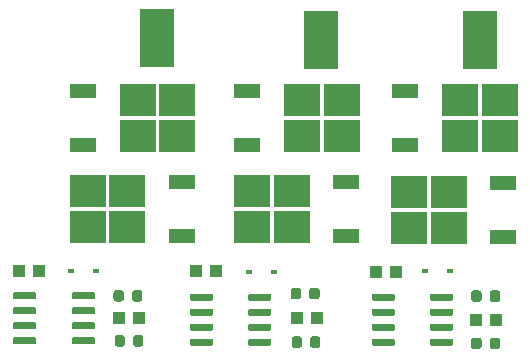
<source format=gbr>
G04 #@! TF.GenerationSoftware,KiCad,Pcbnew,(5.1.5-0)*
G04 #@! TF.CreationDate,2021-08-12T18:14:52-04:00*
G04 #@! TF.ProjectId,ESC_V3,4553435f-5633-42e6-9b69-6361645f7063,rev?*
G04 #@! TF.SameCoordinates,Original*
G04 #@! TF.FileFunction,Paste,Top*
G04 #@! TF.FilePolarity,Positive*
%FSLAX46Y46*%
G04 Gerber Fmt 4.6, Leading zero omitted, Abs format (unit mm)*
G04 Created by KiCad (PCBNEW (5.1.5-0)) date 2021-08-12 18:14:52*
%MOMM*%
%LPD*%
G04 APERTURE LIST*
%ADD10R,1.099820X0.998220*%
%ADD11R,0.600000X0.450000*%
%ADD12R,2.200000X1.200000*%
%ADD13R,3.050000X2.750000*%
%ADD14C,0.100000*%
%ADD15R,3.000000X5.000000*%
G04 APERTURE END LIST*
D10*
X113203280Y-87500000D03*
X114900000Y-87500000D03*
X128151640Y-87500000D03*
X129848360Y-87500000D03*
X143403280Y-87600000D03*
X145100000Y-87600000D03*
X121651640Y-91495000D03*
X123348360Y-91495000D03*
X136751640Y-91500000D03*
X138448360Y-91500000D03*
X151903280Y-91600000D03*
X153600000Y-91600000D03*
D11*
X119700000Y-87500000D03*
X117600000Y-87500000D03*
X132650000Y-87600000D03*
X134750000Y-87600000D03*
X149700000Y-87500000D03*
X147600000Y-87500000D03*
D12*
X118600000Y-72220000D03*
X118600000Y-76780000D03*
D13*
X126575000Y-76025000D03*
X123225000Y-72975000D03*
X126575000Y-72975000D03*
X123225000Y-76025000D03*
X122375000Y-80675000D03*
X119025000Y-83725000D03*
X122375000Y-83725000D03*
X119025000Y-80675000D03*
D12*
X127000000Y-79920000D03*
X127000000Y-84480000D03*
X132535000Y-72220000D03*
X132535000Y-76780000D03*
D13*
X140510000Y-76025000D03*
X137160000Y-72975000D03*
X140510000Y-72975000D03*
X137160000Y-76025000D03*
X136275000Y-80675000D03*
X132925000Y-83725000D03*
X136275000Y-83725000D03*
X132925000Y-80675000D03*
D12*
X140900000Y-79920000D03*
X140900000Y-84480000D03*
X145900000Y-72220000D03*
X145900000Y-76780000D03*
D13*
X153875000Y-76025000D03*
X150525000Y-72975000D03*
X153875000Y-72975000D03*
X150525000Y-76025000D03*
X149575000Y-80775000D03*
X146225000Y-83825000D03*
X149575000Y-83825000D03*
X146225000Y-80775000D03*
D12*
X154200000Y-80020000D03*
X154200000Y-84580000D03*
D14*
G36*
X123440191Y-89116053D02*
G01*
X123461426Y-89119203D01*
X123482250Y-89124419D01*
X123502462Y-89131651D01*
X123521868Y-89140830D01*
X123540281Y-89151866D01*
X123557524Y-89164654D01*
X123573430Y-89179070D01*
X123587846Y-89194976D01*
X123600634Y-89212219D01*
X123611670Y-89230632D01*
X123620849Y-89250038D01*
X123628081Y-89270250D01*
X123633297Y-89291074D01*
X123636447Y-89312309D01*
X123637500Y-89333750D01*
X123637500Y-89846250D01*
X123636447Y-89867691D01*
X123633297Y-89888926D01*
X123628081Y-89909750D01*
X123620849Y-89929962D01*
X123611670Y-89949368D01*
X123600634Y-89967781D01*
X123587846Y-89985024D01*
X123573430Y-90000930D01*
X123557524Y-90015346D01*
X123540281Y-90028134D01*
X123521868Y-90039170D01*
X123502462Y-90048349D01*
X123482250Y-90055581D01*
X123461426Y-90060797D01*
X123440191Y-90063947D01*
X123418750Y-90065000D01*
X122981250Y-90065000D01*
X122959809Y-90063947D01*
X122938574Y-90060797D01*
X122917750Y-90055581D01*
X122897538Y-90048349D01*
X122878132Y-90039170D01*
X122859719Y-90028134D01*
X122842476Y-90015346D01*
X122826570Y-90000930D01*
X122812154Y-89985024D01*
X122799366Y-89967781D01*
X122788330Y-89949368D01*
X122779151Y-89929962D01*
X122771919Y-89909750D01*
X122766703Y-89888926D01*
X122763553Y-89867691D01*
X122762500Y-89846250D01*
X122762500Y-89333750D01*
X122763553Y-89312309D01*
X122766703Y-89291074D01*
X122771919Y-89270250D01*
X122779151Y-89250038D01*
X122788330Y-89230632D01*
X122799366Y-89212219D01*
X122812154Y-89194976D01*
X122826570Y-89179070D01*
X122842476Y-89164654D01*
X122859719Y-89151866D01*
X122878132Y-89140830D01*
X122897538Y-89131651D01*
X122917750Y-89124419D01*
X122938574Y-89119203D01*
X122959809Y-89116053D01*
X122981250Y-89115000D01*
X123418750Y-89115000D01*
X123440191Y-89116053D01*
G37*
G36*
X121865191Y-89116053D02*
G01*
X121886426Y-89119203D01*
X121907250Y-89124419D01*
X121927462Y-89131651D01*
X121946868Y-89140830D01*
X121965281Y-89151866D01*
X121982524Y-89164654D01*
X121998430Y-89179070D01*
X122012846Y-89194976D01*
X122025634Y-89212219D01*
X122036670Y-89230632D01*
X122045849Y-89250038D01*
X122053081Y-89270250D01*
X122058297Y-89291074D01*
X122061447Y-89312309D01*
X122062500Y-89333750D01*
X122062500Y-89846250D01*
X122061447Y-89867691D01*
X122058297Y-89888926D01*
X122053081Y-89909750D01*
X122045849Y-89929962D01*
X122036670Y-89949368D01*
X122025634Y-89967781D01*
X122012846Y-89985024D01*
X121998430Y-90000930D01*
X121982524Y-90015346D01*
X121965281Y-90028134D01*
X121946868Y-90039170D01*
X121927462Y-90048349D01*
X121907250Y-90055581D01*
X121886426Y-90060797D01*
X121865191Y-90063947D01*
X121843750Y-90065000D01*
X121406250Y-90065000D01*
X121384809Y-90063947D01*
X121363574Y-90060797D01*
X121342750Y-90055581D01*
X121322538Y-90048349D01*
X121303132Y-90039170D01*
X121284719Y-90028134D01*
X121267476Y-90015346D01*
X121251570Y-90000930D01*
X121237154Y-89985024D01*
X121224366Y-89967781D01*
X121213330Y-89949368D01*
X121204151Y-89929962D01*
X121196919Y-89909750D01*
X121191703Y-89888926D01*
X121188553Y-89867691D01*
X121187500Y-89846250D01*
X121187500Y-89333750D01*
X121188553Y-89312309D01*
X121191703Y-89291074D01*
X121196919Y-89270250D01*
X121204151Y-89250038D01*
X121213330Y-89230632D01*
X121224366Y-89212219D01*
X121237154Y-89194976D01*
X121251570Y-89179070D01*
X121267476Y-89164654D01*
X121284719Y-89151866D01*
X121303132Y-89140830D01*
X121322538Y-89131651D01*
X121342750Y-89124419D01*
X121363574Y-89119203D01*
X121384809Y-89116053D01*
X121406250Y-89115000D01*
X121843750Y-89115000D01*
X121865191Y-89116053D01*
G37*
G36*
X121952691Y-92926053D02*
G01*
X121973926Y-92929203D01*
X121994750Y-92934419D01*
X122014962Y-92941651D01*
X122034368Y-92950830D01*
X122052781Y-92961866D01*
X122070024Y-92974654D01*
X122085930Y-92989070D01*
X122100346Y-93004976D01*
X122113134Y-93022219D01*
X122124170Y-93040632D01*
X122133349Y-93060038D01*
X122140581Y-93080250D01*
X122145797Y-93101074D01*
X122148947Y-93122309D01*
X122150000Y-93143750D01*
X122150000Y-93656250D01*
X122148947Y-93677691D01*
X122145797Y-93698926D01*
X122140581Y-93719750D01*
X122133349Y-93739962D01*
X122124170Y-93759368D01*
X122113134Y-93777781D01*
X122100346Y-93795024D01*
X122085930Y-93810930D01*
X122070024Y-93825346D01*
X122052781Y-93838134D01*
X122034368Y-93849170D01*
X122014962Y-93858349D01*
X121994750Y-93865581D01*
X121973926Y-93870797D01*
X121952691Y-93873947D01*
X121931250Y-93875000D01*
X121493750Y-93875000D01*
X121472309Y-93873947D01*
X121451074Y-93870797D01*
X121430250Y-93865581D01*
X121410038Y-93858349D01*
X121390632Y-93849170D01*
X121372219Y-93838134D01*
X121354976Y-93825346D01*
X121339070Y-93810930D01*
X121324654Y-93795024D01*
X121311866Y-93777781D01*
X121300830Y-93759368D01*
X121291651Y-93739962D01*
X121284419Y-93719750D01*
X121279203Y-93698926D01*
X121276053Y-93677691D01*
X121275000Y-93656250D01*
X121275000Y-93143750D01*
X121276053Y-93122309D01*
X121279203Y-93101074D01*
X121284419Y-93080250D01*
X121291651Y-93060038D01*
X121300830Y-93040632D01*
X121311866Y-93022219D01*
X121324654Y-93004976D01*
X121339070Y-92989070D01*
X121354976Y-92974654D01*
X121372219Y-92961866D01*
X121390632Y-92950830D01*
X121410038Y-92941651D01*
X121430250Y-92934419D01*
X121451074Y-92929203D01*
X121472309Y-92926053D01*
X121493750Y-92925000D01*
X121931250Y-92925000D01*
X121952691Y-92926053D01*
G37*
G36*
X123527691Y-92926053D02*
G01*
X123548926Y-92929203D01*
X123569750Y-92934419D01*
X123589962Y-92941651D01*
X123609368Y-92950830D01*
X123627781Y-92961866D01*
X123645024Y-92974654D01*
X123660930Y-92989070D01*
X123675346Y-93004976D01*
X123688134Y-93022219D01*
X123699170Y-93040632D01*
X123708349Y-93060038D01*
X123715581Y-93080250D01*
X123720797Y-93101074D01*
X123723947Y-93122309D01*
X123725000Y-93143750D01*
X123725000Y-93656250D01*
X123723947Y-93677691D01*
X123720797Y-93698926D01*
X123715581Y-93719750D01*
X123708349Y-93739962D01*
X123699170Y-93759368D01*
X123688134Y-93777781D01*
X123675346Y-93795024D01*
X123660930Y-93810930D01*
X123645024Y-93825346D01*
X123627781Y-93838134D01*
X123609368Y-93849170D01*
X123589962Y-93858349D01*
X123569750Y-93865581D01*
X123548926Y-93870797D01*
X123527691Y-93873947D01*
X123506250Y-93875000D01*
X123068750Y-93875000D01*
X123047309Y-93873947D01*
X123026074Y-93870797D01*
X123005250Y-93865581D01*
X122985038Y-93858349D01*
X122965632Y-93849170D01*
X122947219Y-93838134D01*
X122929976Y-93825346D01*
X122914070Y-93810930D01*
X122899654Y-93795024D01*
X122886866Y-93777781D01*
X122875830Y-93759368D01*
X122866651Y-93739962D01*
X122859419Y-93719750D01*
X122854203Y-93698926D01*
X122851053Y-93677691D01*
X122850000Y-93656250D01*
X122850000Y-93143750D01*
X122851053Y-93122309D01*
X122854203Y-93101074D01*
X122859419Y-93080250D01*
X122866651Y-93060038D01*
X122875830Y-93040632D01*
X122886866Y-93022219D01*
X122899654Y-93004976D01*
X122914070Y-92989070D01*
X122929976Y-92974654D01*
X122947219Y-92961866D01*
X122965632Y-92950830D01*
X122985038Y-92941651D01*
X123005250Y-92934419D01*
X123026074Y-92929203D01*
X123047309Y-92926053D01*
X123068750Y-92925000D01*
X123506250Y-92925000D01*
X123527691Y-92926053D01*
G37*
G36*
X138440191Y-88926053D02*
G01*
X138461426Y-88929203D01*
X138482250Y-88934419D01*
X138502462Y-88941651D01*
X138521868Y-88950830D01*
X138540281Y-88961866D01*
X138557524Y-88974654D01*
X138573430Y-88989070D01*
X138587846Y-89004976D01*
X138600634Y-89022219D01*
X138611670Y-89040632D01*
X138620849Y-89060038D01*
X138628081Y-89080250D01*
X138633297Y-89101074D01*
X138636447Y-89122309D01*
X138637500Y-89143750D01*
X138637500Y-89656250D01*
X138636447Y-89677691D01*
X138633297Y-89698926D01*
X138628081Y-89719750D01*
X138620849Y-89739962D01*
X138611670Y-89759368D01*
X138600634Y-89777781D01*
X138587846Y-89795024D01*
X138573430Y-89810930D01*
X138557524Y-89825346D01*
X138540281Y-89838134D01*
X138521868Y-89849170D01*
X138502462Y-89858349D01*
X138482250Y-89865581D01*
X138461426Y-89870797D01*
X138440191Y-89873947D01*
X138418750Y-89875000D01*
X137981250Y-89875000D01*
X137959809Y-89873947D01*
X137938574Y-89870797D01*
X137917750Y-89865581D01*
X137897538Y-89858349D01*
X137878132Y-89849170D01*
X137859719Y-89838134D01*
X137842476Y-89825346D01*
X137826570Y-89810930D01*
X137812154Y-89795024D01*
X137799366Y-89777781D01*
X137788330Y-89759368D01*
X137779151Y-89739962D01*
X137771919Y-89719750D01*
X137766703Y-89698926D01*
X137763553Y-89677691D01*
X137762500Y-89656250D01*
X137762500Y-89143750D01*
X137763553Y-89122309D01*
X137766703Y-89101074D01*
X137771919Y-89080250D01*
X137779151Y-89060038D01*
X137788330Y-89040632D01*
X137799366Y-89022219D01*
X137812154Y-89004976D01*
X137826570Y-88989070D01*
X137842476Y-88974654D01*
X137859719Y-88961866D01*
X137878132Y-88950830D01*
X137897538Y-88941651D01*
X137917750Y-88934419D01*
X137938574Y-88929203D01*
X137959809Y-88926053D01*
X137981250Y-88925000D01*
X138418750Y-88925000D01*
X138440191Y-88926053D01*
G37*
G36*
X136865191Y-88926053D02*
G01*
X136886426Y-88929203D01*
X136907250Y-88934419D01*
X136927462Y-88941651D01*
X136946868Y-88950830D01*
X136965281Y-88961866D01*
X136982524Y-88974654D01*
X136998430Y-88989070D01*
X137012846Y-89004976D01*
X137025634Y-89022219D01*
X137036670Y-89040632D01*
X137045849Y-89060038D01*
X137053081Y-89080250D01*
X137058297Y-89101074D01*
X137061447Y-89122309D01*
X137062500Y-89143750D01*
X137062500Y-89656250D01*
X137061447Y-89677691D01*
X137058297Y-89698926D01*
X137053081Y-89719750D01*
X137045849Y-89739962D01*
X137036670Y-89759368D01*
X137025634Y-89777781D01*
X137012846Y-89795024D01*
X136998430Y-89810930D01*
X136982524Y-89825346D01*
X136965281Y-89838134D01*
X136946868Y-89849170D01*
X136927462Y-89858349D01*
X136907250Y-89865581D01*
X136886426Y-89870797D01*
X136865191Y-89873947D01*
X136843750Y-89875000D01*
X136406250Y-89875000D01*
X136384809Y-89873947D01*
X136363574Y-89870797D01*
X136342750Y-89865581D01*
X136322538Y-89858349D01*
X136303132Y-89849170D01*
X136284719Y-89838134D01*
X136267476Y-89825346D01*
X136251570Y-89810930D01*
X136237154Y-89795024D01*
X136224366Y-89777781D01*
X136213330Y-89759368D01*
X136204151Y-89739962D01*
X136196919Y-89719750D01*
X136191703Y-89698926D01*
X136188553Y-89677691D01*
X136187500Y-89656250D01*
X136187500Y-89143750D01*
X136188553Y-89122309D01*
X136191703Y-89101074D01*
X136196919Y-89080250D01*
X136204151Y-89060038D01*
X136213330Y-89040632D01*
X136224366Y-89022219D01*
X136237154Y-89004976D01*
X136251570Y-88989070D01*
X136267476Y-88974654D01*
X136284719Y-88961866D01*
X136303132Y-88950830D01*
X136322538Y-88941651D01*
X136342750Y-88934419D01*
X136363574Y-88929203D01*
X136384809Y-88926053D01*
X136406250Y-88925000D01*
X136843750Y-88925000D01*
X136865191Y-88926053D01*
G37*
G36*
X136940191Y-93026053D02*
G01*
X136961426Y-93029203D01*
X136982250Y-93034419D01*
X137002462Y-93041651D01*
X137021868Y-93050830D01*
X137040281Y-93061866D01*
X137057524Y-93074654D01*
X137073430Y-93089070D01*
X137087846Y-93104976D01*
X137100634Y-93122219D01*
X137111670Y-93140632D01*
X137120849Y-93160038D01*
X137128081Y-93180250D01*
X137133297Y-93201074D01*
X137136447Y-93222309D01*
X137137500Y-93243750D01*
X137137500Y-93756250D01*
X137136447Y-93777691D01*
X137133297Y-93798926D01*
X137128081Y-93819750D01*
X137120849Y-93839962D01*
X137111670Y-93859368D01*
X137100634Y-93877781D01*
X137087846Y-93895024D01*
X137073430Y-93910930D01*
X137057524Y-93925346D01*
X137040281Y-93938134D01*
X137021868Y-93949170D01*
X137002462Y-93958349D01*
X136982250Y-93965581D01*
X136961426Y-93970797D01*
X136940191Y-93973947D01*
X136918750Y-93975000D01*
X136481250Y-93975000D01*
X136459809Y-93973947D01*
X136438574Y-93970797D01*
X136417750Y-93965581D01*
X136397538Y-93958349D01*
X136378132Y-93949170D01*
X136359719Y-93938134D01*
X136342476Y-93925346D01*
X136326570Y-93910930D01*
X136312154Y-93895024D01*
X136299366Y-93877781D01*
X136288330Y-93859368D01*
X136279151Y-93839962D01*
X136271919Y-93819750D01*
X136266703Y-93798926D01*
X136263553Y-93777691D01*
X136262500Y-93756250D01*
X136262500Y-93243750D01*
X136263553Y-93222309D01*
X136266703Y-93201074D01*
X136271919Y-93180250D01*
X136279151Y-93160038D01*
X136288330Y-93140632D01*
X136299366Y-93122219D01*
X136312154Y-93104976D01*
X136326570Y-93089070D01*
X136342476Y-93074654D01*
X136359719Y-93061866D01*
X136378132Y-93050830D01*
X136397538Y-93041651D01*
X136417750Y-93034419D01*
X136438574Y-93029203D01*
X136459809Y-93026053D01*
X136481250Y-93025000D01*
X136918750Y-93025000D01*
X136940191Y-93026053D01*
G37*
G36*
X138515191Y-93026053D02*
G01*
X138536426Y-93029203D01*
X138557250Y-93034419D01*
X138577462Y-93041651D01*
X138596868Y-93050830D01*
X138615281Y-93061866D01*
X138632524Y-93074654D01*
X138648430Y-93089070D01*
X138662846Y-93104976D01*
X138675634Y-93122219D01*
X138686670Y-93140632D01*
X138695849Y-93160038D01*
X138703081Y-93180250D01*
X138708297Y-93201074D01*
X138711447Y-93222309D01*
X138712500Y-93243750D01*
X138712500Y-93756250D01*
X138711447Y-93777691D01*
X138708297Y-93798926D01*
X138703081Y-93819750D01*
X138695849Y-93839962D01*
X138686670Y-93859368D01*
X138675634Y-93877781D01*
X138662846Y-93895024D01*
X138648430Y-93910930D01*
X138632524Y-93925346D01*
X138615281Y-93938134D01*
X138596868Y-93949170D01*
X138577462Y-93958349D01*
X138557250Y-93965581D01*
X138536426Y-93970797D01*
X138515191Y-93973947D01*
X138493750Y-93975000D01*
X138056250Y-93975000D01*
X138034809Y-93973947D01*
X138013574Y-93970797D01*
X137992750Y-93965581D01*
X137972538Y-93958349D01*
X137953132Y-93949170D01*
X137934719Y-93938134D01*
X137917476Y-93925346D01*
X137901570Y-93910930D01*
X137887154Y-93895024D01*
X137874366Y-93877781D01*
X137863330Y-93859368D01*
X137854151Y-93839962D01*
X137846919Y-93819750D01*
X137841703Y-93798926D01*
X137838553Y-93777691D01*
X137837500Y-93756250D01*
X137837500Y-93243750D01*
X137838553Y-93222309D01*
X137841703Y-93201074D01*
X137846919Y-93180250D01*
X137854151Y-93160038D01*
X137863330Y-93140632D01*
X137874366Y-93122219D01*
X137887154Y-93104976D01*
X137901570Y-93089070D01*
X137917476Y-93074654D01*
X137934719Y-93061866D01*
X137953132Y-93050830D01*
X137972538Y-93041651D01*
X137992750Y-93034419D01*
X138013574Y-93029203D01*
X138034809Y-93026053D01*
X138056250Y-93025000D01*
X138493750Y-93025000D01*
X138515191Y-93026053D01*
G37*
G36*
X153727691Y-89126053D02*
G01*
X153748926Y-89129203D01*
X153769750Y-89134419D01*
X153789962Y-89141651D01*
X153809368Y-89150830D01*
X153827781Y-89161866D01*
X153845024Y-89174654D01*
X153860930Y-89189070D01*
X153875346Y-89204976D01*
X153888134Y-89222219D01*
X153899170Y-89240632D01*
X153908349Y-89260038D01*
X153915581Y-89280250D01*
X153920797Y-89301074D01*
X153923947Y-89322309D01*
X153925000Y-89343750D01*
X153925000Y-89856250D01*
X153923947Y-89877691D01*
X153920797Y-89898926D01*
X153915581Y-89919750D01*
X153908349Y-89939962D01*
X153899170Y-89959368D01*
X153888134Y-89977781D01*
X153875346Y-89995024D01*
X153860930Y-90010930D01*
X153845024Y-90025346D01*
X153827781Y-90038134D01*
X153809368Y-90049170D01*
X153789962Y-90058349D01*
X153769750Y-90065581D01*
X153748926Y-90070797D01*
X153727691Y-90073947D01*
X153706250Y-90075000D01*
X153268750Y-90075000D01*
X153247309Y-90073947D01*
X153226074Y-90070797D01*
X153205250Y-90065581D01*
X153185038Y-90058349D01*
X153165632Y-90049170D01*
X153147219Y-90038134D01*
X153129976Y-90025346D01*
X153114070Y-90010930D01*
X153099654Y-89995024D01*
X153086866Y-89977781D01*
X153075830Y-89959368D01*
X153066651Y-89939962D01*
X153059419Y-89919750D01*
X153054203Y-89898926D01*
X153051053Y-89877691D01*
X153050000Y-89856250D01*
X153050000Y-89343750D01*
X153051053Y-89322309D01*
X153054203Y-89301074D01*
X153059419Y-89280250D01*
X153066651Y-89260038D01*
X153075830Y-89240632D01*
X153086866Y-89222219D01*
X153099654Y-89204976D01*
X153114070Y-89189070D01*
X153129976Y-89174654D01*
X153147219Y-89161866D01*
X153165632Y-89150830D01*
X153185038Y-89141651D01*
X153205250Y-89134419D01*
X153226074Y-89129203D01*
X153247309Y-89126053D01*
X153268750Y-89125000D01*
X153706250Y-89125000D01*
X153727691Y-89126053D01*
G37*
G36*
X152152691Y-89126053D02*
G01*
X152173926Y-89129203D01*
X152194750Y-89134419D01*
X152214962Y-89141651D01*
X152234368Y-89150830D01*
X152252781Y-89161866D01*
X152270024Y-89174654D01*
X152285930Y-89189070D01*
X152300346Y-89204976D01*
X152313134Y-89222219D01*
X152324170Y-89240632D01*
X152333349Y-89260038D01*
X152340581Y-89280250D01*
X152345797Y-89301074D01*
X152348947Y-89322309D01*
X152350000Y-89343750D01*
X152350000Y-89856250D01*
X152348947Y-89877691D01*
X152345797Y-89898926D01*
X152340581Y-89919750D01*
X152333349Y-89939962D01*
X152324170Y-89959368D01*
X152313134Y-89977781D01*
X152300346Y-89995024D01*
X152285930Y-90010930D01*
X152270024Y-90025346D01*
X152252781Y-90038134D01*
X152234368Y-90049170D01*
X152214962Y-90058349D01*
X152194750Y-90065581D01*
X152173926Y-90070797D01*
X152152691Y-90073947D01*
X152131250Y-90075000D01*
X151693750Y-90075000D01*
X151672309Y-90073947D01*
X151651074Y-90070797D01*
X151630250Y-90065581D01*
X151610038Y-90058349D01*
X151590632Y-90049170D01*
X151572219Y-90038134D01*
X151554976Y-90025346D01*
X151539070Y-90010930D01*
X151524654Y-89995024D01*
X151511866Y-89977781D01*
X151500830Y-89959368D01*
X151491651Y-89939962D01*
X151484419Y-89919750D01*
X151479203Y-89898926D01*
X151476053Y-89877691D01*
X151475000Y-89856250D01*
X151475000Y-89343750D01*
X151476053Y-89322309D01*
X151479203Y-89301074D01*
X151484419Y-89280250D01*
X151491651Y-89260038D01*
X151500830Y-89240632D01*
X151511866Y-89222219D01*
X151524654Y-89204976D01*
X151539070Y-89189070D01*
X151554976Y-89174654D01*
X151572219Y-89161866D01*
X151590632Y-89150830D01*
X151610038Y-89141651D01*
X151630250Y-89134419D01*
X151651074Y-89129203D01*
X151672309Y-89126053D01*
X151693750Y-89125000D01*
X152131250Y-89125000D01*
X152152691Y-89126053D01*
G37*
G36*
X152152691Y-93126053D02*
G01*
X152173926Y-93129203D01*
X152194750Y-93134419D01*
X152214962Y-93141651D01*
X152234368Y-93150830D01*
X152252781Y-93161866D01*
X152270024Y-93174654D01*
X152285930Y-93189070D01*
X152300346Y-93204976D01*
X152313134Y-93222219D01*
X152324170Y-93240632D01*
X152333349Y-93260038D01*
X152340581Y-93280250D01*
X152345797Y-93301074D01*
X152348947Y-93322309D01*
X152350000Y-93343750D01*
X152350000Y-93856250D01*
X152348947Y-93877691D01*
X152345797Y-93898926D01*
X152340581Y-93919750D01*
X152333349Y-93939962D01*
X152324170Y-93959368D01*
X152313134Y-93977781D01*
X152300346Y-93995024D01*
X152285930Y-94010930D01*
X152270024Y-94025346D01*
X152252781Y-94038134D01*
X152234368Y-94049170D01*
X152214962Y-94058349D01*
X152194750Y-94065581D01*
X152173926Y-94070797D01*
X152152691Y-94073947D01*
X152131250Y-94075000D01*
X151693750Y-94075000D01*
X151672309Y-94073947D01*
X151651074Y-94070797D01*
X151630250Y-94065581D01*
X151610038Y-94058349D01*
X151590632Y-94049170D01*
X151572219Y-94038134D01*
X151554976Y-94025346D01*
X151539070Y-94010930D01*
X151524654Y-93995024D01*
X151511866Y-93977781D01*
X151500830Y-93959368D01*
X151491651Y-93939962D01*
X151484419Y-93919750D01*
X151479203Y-93898926D01*
X151476053Y-93877691D01*
X151475000Y-93856250D01*
X151475000Y-93343750D01*
X151476053Y-93322309D01*
X151479203Y-93301074D01*
X151484419Y-93280250D01*
X151491651Y-93260038D01*
X151500830Y-93240632D01*
X151511866Y-93222219D01*
X151524654Y-93204976D01*
X151539070Y-93189070D01*
X151554976Y-93174654D01*
X151572219Y-93161866D01*
X151590632Y-93150830D01*
X151610038Y-93141651D01*
X151630250Y-93134419D01*
X151651074Y-93129203D01*
X151672309Y-93126053D01*
X151693750Y-93125000D01*
X152131250Y-93125000D01*
X152152691Y-93126053D01*
G37*
G36*
X153727691Y-93126053D02*
G01*
X153748926Y-93129203D01*
X153769750Y-93134419D01*
X153789962Y-93141651D01*
X153809368Y-93150830D01*
X153827781Y-93161866D01*
X153845024Y-93174654D01*
X153860930Y-93189070D01*
X153875346Y-93204976D01*
X153888134Y-93222219D01*
X153899170Y-93240632D01*
X153908349Y-93260038D01*
X153915581Y-93280250D01*
X153920797Y-93301074D01*
X153923947Y-93322309D01*
X153925000Y-93343750D01*
X153925000Y-93856250D01*
X153923947Y-93877691D01*
X153920797Y-93898926D01*
X153915581Y-93919750D01*
X153908349Y-93939962D01*
X153899170Y-93959368D01*
X153888134Y-93977781D01*
X153875346Y-93995024D01*
X153860930Y-94010930D01*
X153845024Y-94025346D01*
X153827781Y-94038134D01*
X153809368Y-94049170D01*
X153789962Y-94058349D01*
X153769750Y-94065581D01*
X153748926Y-94070797D01*
X153727691Y-94073947D01*
X153706250Y-94075000D01*
X153268750Y-94075000D01*
X153247309Y-94073947D01*
X153226074Y-94070797D01*
X153205250Y-94065581D01*
X153185038Y-94058349D01*
X153165632Y-94049170D01*
X153147219Y-94038134D01*
X153129976Y-94025346D01*
X153114070Y-94010930D01*
X153099654Y-93995024D01*
X153086866Y-93977781D01*
X153075830Y-93959368D01*
X153066651Y-93939962D01*
X153059419Y-93919750D01*
X153054203Y-93898926D01*
X153051053Y-93877691D01*
X153050000Y-93856250D01*
X153050000Y-93343750D01*
X153051053Y-93322309D01*
X153054203Y-93301074D01*
X153059419Y-93280250D01*
X153066651Y-93260038D01*
X153075830Y-93240632D01*
X153086866Y-93222219D01*
X153099654Y-93204976D01*
X153114070Y-93189070D01*
X153129976Y-93174654D01*
X153147219Y-93161866D01*
X153165632Y-93150830D01*
X153185038Y-93141651D01*
X153205250Y-93134419D01*
X153226074Y-93129203D01*
X153247309Y-93126053D01*
X153268750Y-93125000D01*
X153706250Y-93125000D01*
X153727691Y-93126053D01*
G37*
G36*
X114514703Y-89290722D02*
G01*
X114529264Y-89292882D01*
X114543543Y-89296459D01*
X114557403Y-89301418D01*
X114570710Y-89307712D01*
X114583336Y-89315280D01*
X114595159Y-89324048D01*
X114606066Y-89333934D01*
X114615952Y-89344841D01*
X114624720Y-89356664D01*
X114632288Y-89369290D01*
X114638582Y-89382597D01*
X114643541Y-89396457D01*
X114647118Y-89410736D01*
X114649278Y-89425297D01*
X114650000Y-89440000D01*
X114650000Y-89740000D01*
X114649278Y-89754703D01*
X114647118Y-89769264D01*
X114643541Y-89783543D01*
X114638582Y-89797403D01*
X114632288Y-89810710D01*
X114624720Y-89823336D01*
X114615952Y-89835159D01*
X114606066Y-89846066D01*
X114595159Y-89855952D01*
X114583336Y-89864720D01*
X114570710Y-89872288D01*
X114557403Y-89878582D01*
X114543543Y-89883541D01*
X114529264Y-89887118D01*
X114514703Y-89889278D01*
X114500000Y-89890000D01*
X112850000Y-89890000D01*
X112835297Y-89889278D01*
X112820736Y-89887118D01*
X112806457Y-89883541D01*
X112792597Y-89878582D01*
X112779290Y-89872288D01*
X112766664Y-89864720D01*
X112754841Y-89855952D01*
X112743934Y-89846066D01*
X112734048Y-89835159D01*
X112725280Y-89823336D01*
X112717712Y-89810710D01*
X112711418Y-89797403D01*
X112706459Y-89783543D01*
X112702882Y-89769264D01*
X112700722Y-89754703D01*
X112700000Y-89740000D01*
X112700000Y-89440000D01*
X112700722Y-89425297D01*
X112702882Y-89410736D01*
X112706459Y-89396457D01*
X112711418Y-89382597D01*
X112717712Y-89369290D01*
X112725280Y-89356664D01*
X112734048Y-89344841D01*
X112743934Y-89333934D01*
X112754841Y-89324048D01*
X112766664Y-89315280D01*
X112779290Y-89307712D01*
X112792597Y-89301418D01*
X112806457Y-89296459D01*
X112820736Y-89292882D01*
X112835297Y-89290722D01*
X112850000Y-89290000D01*
X114500000Y-89290000D01*
X114514703Y-89290722D01*
G37*
G36*
X114514703Y-90560722D02*
G01*
X114529264Y-90562882D01*
X114543543Y-90566459D01*
X114557403Y-90571418D01*
X114570710Y-90577712D01*
X114583336Y-90585280D01*
X114595159Y-90594048D01*
X114606066Y-90603934D01*
X114615952Y-90614841D01*
X114624720Y-90626664D01*
X114632288Y-90639290D01*
X114638582Y-90652597D01*
X114643541Y-90666457D01*
X114647118Y-90680736D01*
X114649278Y-90695297D01*
X114650000Y-90710000D01*
X114650000Y-91010000D01*
X114649278Y-91024703D01*
X114647118Y-91039264D01*
X114643541Y-91053543D01*
X114638582Y-91067403D01*
X114632288Y-91080710D01*
X114624720Y-91093336D01*
X114615952Y-91105159D01*
X114606066Y-91116066D01*
X114595159Y-91125952D01*
X114583336Y-91134720D01*
X114570710Y-91142288D01*
X114557403Y-91148582D01*
X114543543Y-91153541D01*
X114529264Y-91157118D01*
X114514703Y-91159278D01*
X114500000Y-91160000D01*
X112850000Y-91160000D01*
X112835297Y-91159278D01*
X112820736Y-91157118D01*
X112806457Y-91153541D01*
X112792597Y-91148582D01*
X112779290Y-91142288D01*
X112766664Y-91134720D01*
X112754841Y-91125952D01*
X112743934Y-91116066D01*
X112734048Y-91105159D01*
X112725280Y-91093336D01*
X112717712Y-91080710D01*
X112711418Y-91067403D01*
X112706459Y-91053543D01*
X112702882Y-91039264D01*
X112700722Y-91024703D01*
X112700000Y-91010000D01*
X112700000Y-90710000D01*
X112700722Y-90695297D01*
X112702882Y-90680736D01*
X112706459Y-90666457D01*
X112711418Y-90652597D01*
X112717712Y-90639290D01*
X112725280Y-90626664D01*
X112734048Y-90614841D01*
X112743934Y-90603934D01*
X112754841Y-90594048D01*
X112766664Y-90585280D01*
X112779290Y-90577712D01*
X112792597Y-90571418D01*
X112806457Y-90566459D01*
X112820736Y-90562882D01*
X112835297Y-90560722D01*
X112850000Y-90560000D01*
X114500000Y-90560000D01*
X114514703Y-90560722D01*
G37*
G36*
X114514703Y-91830722D02*
G01*
X114529264Y-91832882D01*
X114543543Y-91836459D01*
X114557403Y-91841418D01*
X114570710Y-91847712D01*
X114583336Y-91855280D01*
X114595159Y-91864048D01*
X114606066Y-91873934D01*
X114615952Y-91884841D01*
X114624720Y-91896664D01*
X114632288Y-91909290D01*
X114638582Y-91922597D01*
X114643541Y-91936457D01*
X114647118Y-91950736D01*
X114649278Y-91965297D01*
X114650000Y-91980000D01*
X114650000Y-92280000D01*
X114649278Y-92294703D01*
X114647118Y-92309264D01*
X114643541Y-92323543D01*
X114638582Y-92337403D01*
X114632288Y-92350710D01*
X114624720Y-92363336D01*
X114615952Y-92375159D01*
X114606066Y-92386066D01*
X114595159Y-92395952D01*
X114583336Y-92404720D01*
X114570710Y-92412288D01*
X114557403Y-92418582D01*
X114543543Y-92423541D01*
X114529264Y-92427118D01*
X114514703Y-92429278D01*
X114500000Y-92430000D01*
X112850000Y-92430000D01*
X112835297Y-92429278D01*
X112820736Y-92427118D01*
X112806457Y-92423541D01*
X112792597Y-92418582D01*
X112779290Y-92412288D01*
X112766664Y-92404720D01*
X112754841Y-92395952D01*
X112743934Y-92386066D01*
X112734048Y-92375159D01*
X112725280Y-92363336D01*
X112717712Y-92350710D01*
X112711418Y-92337403D01*
X112706459Y-92323543D01*
X112702882Y-92309264D01*
X112700722Y-92294703D01*
X112700000Y-92280000D01*
X112700000Y-91980000D01*
X112700722Y-91965297D01*
X112702882Y-91950736D01*
X112706459Y-91936457D01*
X112711418Y-91922597D01*
X112717712Y-91909290D01*
X112725280Y-91896664D01*
X112734048Y-91884841D01*
X112743934Y-91873934D01*
X112754841Y-91864048D01*
X112766664Y-91855280D01*
X112779290Y-91847712D01*
X112792597Y-91841418D01*
X112806457Y-91836459D01*
X112820736Y-91832882D01*
X112835297Y-91830722D01*
X112850000Y-91830000D01*
X114500000Y-91830000D01*
X114514703Y-91830722D01*
G37*
G36*
X114514703Y-93100722D02*
G01*
X114529264Y-93102882D01*
X114543543Y-93106459D01*
X114557403Y-93111418D01*
X114570710Y-93117712D01*
X114583336Y-93125280D01*
X114595159Y-93134048D01*
X114606066Y-93143934D01*
X114615952Y-93154841D01*
X114624720Y-93166664D01*
X114632288Y-93179290D01*
X114638582Y-93192597D01*
X114643541Y-93206457D01*
X114647118Y-93220736D01*
X114649278Y-93235297D01*
X114650000Y-93250000D01*
X114650000Y-93550000D01*
X114649278Y-93564703D01*
X114647118Y-93579264D01*
X114643541Y-93593543D01*
X114638582Y-93607403D01*
X114632288Y-93620710D01*
X114624720Y-93633336D01*
X114615952Y-93645159D01*
X114606066Y-93656066D01*
X114595159Y-93665952D01*
X114583336Y-93674720D01*
X114570710Y-93682288D01*
X114557403Y-93688582D01*
X114543543Y-93693541D01*
X114529264Y-93697118D01*
X114514703Y-93699278D01*
X114500000Y-93700000D01*
X112850000Y-93700000D01*
X112835297Y-93699278D01*
X112820736Y-93697118D01*
X112806457Y-93693541D01*
X112792597Y-93688582D01*
X112779290Y-93682288D01*
X112766664Y-93674720D01*
X112754841Y-93665952D01*
X112743934Y-93656066D01*
X112734048Y-93645159D01*
X112725280Y-93633336D01*
X112717712Y-93620710D01*
X112711418Y-93607403D01*
X112706459Y-93593543D01*
X112702882Y-93579264D01*
X112700722Y-93564703D01*
X112700000Y-93550000D01*
X112700000Y-93250000D01*
X112700722Y-93235297D01*
X112702882Y-93220736D01*
X112706459Y-93206457D01*
X112711418Y-93192597D01*
X112717712Y-93179290D01*
X112725280Y-93166664D01*
X112734048Y-93154841D01*
X112743934Y-93143934D01*
X112754841Y-93134048D01*
X112766664Y-93125280D01*
X112779290Y-93117712D01*
X112792597Y-93111418D01*
X112806457Y-93106459D01*
X112820736Y-93102882D01*
X112835297Y-93100722D01*
X112850000Y-93100000D01*
X114500000Y-93100000D01*
X114514703Y-93100722D01*
G37*
G36*
X119464703Y-93100722D02*
G01*
X119479264Y-93102882D01*
X119493543Y-93106459D01*
X119507403Y-93111418D01*
X119520710Y-93117712D01*
X119533336Y-93125280D01*
X119545159Y-93134048D01*
X119556066Y-93143934D01*
X119565952Y-93154841D01*
X119574720Y-93166664D01*
X119582288Y-93179290D01*
X119588582Y-93192597D01*
X119593541Y-93206457D01*
X119597118Y-93220736D01*
X119599278Y-93235297D01*
X119600000Y-93250000D01*
X119600000Y-93550000D01*
X119599278Y-93564703D01*
X119597118Y-93579264D01*
X119593541Y-93593543D01*
X119588582Y-93607403D01*
X119582288Y-93620710D01*
X119574720Y-93633336D01*
X119565952Y-93645159D01*
X119556066Y-93656066D01*
X119545159Y-93665952D01*
X119533336Y-93674720D01*
X119520710Y-93682288D01*
X119507403Y-93688582D01*
X119493543Y-93693541D01*
X119479264Y-93697118D01*
X119464703Y-93699278D01*
X119450000Y-93700000D01*
X117800000Y-93700000D01*
X117785297Y-93699278D01*
X117770736Y-93697118D01*
X117756457Y-93693541D01*
X117742597Y-93688582D01*
X117729290Y-93682288D01*
X117716664Y-93674720D01*
X117704841Y-93665952D01*
X117693934Y-93656066D01*
X117684048Y-93645159D01*
X117675280Y-93633336D01*
X117667712Y-93620710D01*
X117661418Y-93607403D01*
X117656459Y-93593543D01*
X117652882Y-93579264D01*
X117650722Y-93564703D01*
X117650000Y-93550000D01*
X117650000Y-93250000D01*
X117650722Y-93235297D01*
X117652882Y-93220736D01*
X117656459Y-93206457D01*
X117661418Y-93192597D01*
X117667712Y-93179290D01*
X117675280Y-93166664D01*
X117684048Y-93154841D01*
X117693934Y-93143934D01*
X117704841Y-93134048D01*
X117716664Y-93125280D01*
X117729290Y-93117712D01*
X117742597Y-93111418D01*
X117756457Y-93106459D01*
X117770736Y-93102882D01*
X117785297Y-93100722D01*
X117800000Y-93100000D01*
X119450000Y-93100000D01*
X119464703Y-93100722D01*
G37*
G36*
X119464703Y-91830722D02*
G01*
X119479264Y-91832882D01*
X119493543Y-91836459D01*
X119507403Y-91841418D01*
X119520710Y-91847712D01*
X119533336Y-91855280D01*
X119545159Y-91864048D01*
X119556066Y-91873934D01*
X119565952Y-91884841D01*
X119574720Y-91896664D01*
X119582288Y-91909290D01*
X119588582Y-91922597D01*
X119593541Y-91936457D01*
X119597118Y-91950736D01*
X119599278Y-91965297D01*
X119600000Y-91980000D01*
X119600000Y-92280000D01*
X119599278Y-92294703D01*
X119597118Y-92309264D01*
X119593541Y-92323543D01*
X119588582Y-92337403D01*
X119582288Y-92350710D01*
X119574720Y-92363336D01*
X119565952Y-92375159D01*
X119556066Y-92386066D01*
X119545159Y-92395952D01*
X119533336Y-92404720D01*
X119520710Y-92412288D01*
X119507403Y-92418582D01*
X119493543Y-92423541D01*
X119479264Y-92427118D01*
X119464703Y-92429278D01*
X119450000Y-92430000D01*
X117800000Y-92430000D01*
X117785297Y-92429278D01*
X117770736Y-92427118D01*
X117756457Y-92423541D01*
X117742597Y-92418582D01*
X117729290Y-92412288D01*
X117716664Y-92404720D01*
X117704841Y-92395952D01*
X117693934Y-92386066D01*
X117684048Y-92375159D01*
X117675280Y-92363336D01*
X117667712Y-92350710D01*
X117661418Y-92337403D01*
X117656459Y-92323543D01*
X117652882Y-92309264D01*
X117650722Y-92294703D01*
X117650000Y-92280000D01*
X117650000Y-91980000D01*
X117650722Y-91965297D01*
X117652882Y-91950736D01*
X117656459Y-91936457D01*
X117661418Y-91922597D01*
X117667712Y-91909290D01*
X117675280Y-91896664D01*
X117684048Y-91884841D01*
X117693934Y-91873934D01*
X117704841Y-91864048D01*
X117716664Y-91855280D01*
X117729290Y-91847712D01*
X117742597Y-91841418D01*
X117756457Y-91836459D01*
X117770736Y-91832882D01*
X117785297Y-91830722D01*
X117800000Y-91830000D01*
X119450000Y-91830000D01*
X119464703Y-91830722D01*
G37*
G36*
X119464703Y-90560722D02*
G01*
X119479264Y-90562882D01*
X119493543Y-90566459D01*
X119507403Y-90571418D01*
X119520710Y-90577712D01*
X119533336Y-90585280D01*
X119545159Y-90594048D01*
X119556066Y-90603934D01*
X119565952Y-90614841D01*
X119574720Y-90626664D01*
X119582288Y-90639290D01*
X119588582Y-90652597D01*
X119593541Y-90666457D01*
X119597118Y-90680736D01*
X119599278Y-90695297D01*
X119600000Y-90710000D01*
X119600000Y-91010000D01*
X119599278Y-91024703D01*
X119597118Y-91039264D01*
X119593541Y-91053543D01*
X119588582Y-91067403D01*
X119582288Y-91080710D01*
X119574720Y-91093336D01*
X119565952Y-91105159D01*
X119556066Y-91116066D01*
X119545159Y-91125952D01*
X119533336Y-91134720D01*
X119520710Y-91142288D01*
X119507403Y-91148582D01*
X119493543Y-91153541D01*
X119479264Y-91157118D01*
X119464703Y-91159278D01*
X119450000Y-91160000D01*
X117800000Y-91160000D01*
X117785297Y-91159278D01*
X117770736Y-91157118D01*
X117756457Y-91153541D01*
X117742597Y-91148582D01*
X117729290Y-91142288D01*
X117716664Y-91134720D01*
X117704841Y-91125952D01*
X117693934Y-91116066D01*
X117684048Y-91105159D01*
X117675280Y-91093336D01*
X117667712Y-91080710D01*
X117661418Y-91067403D01*
X117656459Y-91053543D01*
X117652882Y-91039264D01*
X117650722Y-91024703D01*
X117650000Y-91010000D01*
X117650000Y-90710000D01*
X117650722Y-90695297D01*
X117652882Y-90680736D01*
X117656459Y-90666457D01*
X117661418Y-90652597D01*
X117667712Y-90639290D01*
X117675280Y-90626664D01*
X117684048Y-90614841D01*
X117693934Y-90603934D01*
X117704841Y-90594048D01*
X117716664Y-90585280D01*
X117729290Y-90577712D01*
X117742597Y-90571418D01*
X117756457Y-90566459D01*
X117770736Y-90562882D01*
X117785297Y-90560722D01*
X117800000Y-90560000D01*
X119450000Y-90560000D01*
X119464703Y-90560722D01*
G37*
G36*
X119464703Y-89290722D02*
G01*
X119479264Y-89292882D01*
X119493543Y-89296459D01*
X119507403Y-89301418D01*
X119520710Y-89307712D01*
X119533336Y-89315280D01*
X119545159Y-89324048D01*
X119556066Y-89333934D01*
X119565952Y-89344841D01*
X119574720Y-89356664D01*
X119582288Y-89369290D01*
X119588582Y-89382597D01*
X119593541Y-89396457D01*
X119597118Y-89410736D01*
X119599278Y-89425297D01*
X119600000Y-89440000D01*
X119600000Y-89740000D01*
X119599278Y-89754703D01*
X119597118Y-89769264D01*
X119593541Y-89783543D01*
X119588582Y-89797403D01*
X119582288Y-89810710D01*
X119574720Y-89823336D01*
X119565952Y-89835159D01*
X119556066Y-89846066D01*
X119545159Y-89855952D01*
X119533336Y-89864720D01*
X119520710Y-89872288D01*
X119507403Y-89878582D01*
X119493543Y-89883541D01*
X119479264Y-89887118D01*
X119464703Y-89889278D01*
X119450000Y-89890000D01*
X117800000Y-89890000D01*
X117785297Y-89889278D01*
X117770736Y-89887118D01*
X117756457Y-89883541D01*
X117742597Y-89878582D01*
X117729290Y-89872288D01*
X117716664Y-89864720D01*
X117704841Y-89855952D01*
X117693934Y-89846066D01*
X117684048Y-89835159D01*
X117675280Y-89823336D01*
X117667712Y-89810710D01*
X117661418Y-89797403D01*
X117656459Y-89783543D01*
X117652882Y-89769264D01*
X117650722Y-89754703D01*
X117650000Y-89740000D01*
X117650000Y-89440000D01*
X117650722Y-89425297D01*
X117652882Y-89410736D01*
X117656459Y-89396457D01*
X117661418Y-89382597D01*
X117667712Y-89369290D01*
X117675280Y-89356664D01*
X117684048Y-89344841D01*
X117693934Y-89333934D01*
X117704841Y-89324048D01*
X117716664Y-89315280D01*
X117729290Y-89307712D01*
X117742597Y-89301418D01*
X117756457Y-89296459D01*
X117770736Y-89292882D01*
X117785297Y-89290722D01*
X117800000Y-89290000D01*
X119450000Y-89290000D01*
X119464703Y-89290722D01*
G37*
G36*
X134414703Y-89395722D02*
G01*
X134429264Y-89397882D01*
X134443543Y-89401459D01*
X134457403Y-89406418D01*
X134470710Y-89412712D01*
X134483336Y-89420280D01*
X134495159Y-89429048D01*
X134506066Y-89438934D01*
X134515952Y-89449841D01*
X134524720Y-89461664D01*
X134532288Y-89474290D01*
X134538582Y-89487597D01*
X134543541Y-89501457D01*
X134547118Y-89515736D01*
X134549278Y-89530297D01*
X134550000Y-89545000D01*
X134550000Y-89845000D01*
X134549278Y-89859703D01*
X134547118Y-89874264D01*
X134543541Y-89888543D01*
X134538582Y-89902403D01*
X134532288Y-89915710D01*
X134524720Y-89928336D01*
X134515952Y-89940159D01*
X134506066Y-89951066D01*
X134495159Y-89960952D01*
X134483336Y-89969720D01*
X134470710Y-89977288D01*
X134457403Y-89983582D01*
X134443543Y-89988541D01*
X134429264Y-89992118D01*
X134414703Y-89994278D01*
X134400000Y-89995000D01*
X132750000Y-89995000D01*
X132735297Y-89994278D01*
X132720736Y-89992118D01*
X132706457Y-89988541D01*
X132692597Y-89983582D01*
X132679290Y-89977288D01*
X132666664Y-89969720D01*
X132654841Y-89960952D01*
X132643934Y-89951066D01*
X132634048Y-89940159D01*
X132625280Y-89928336D01*
X132617712Y-89915710D01*
X132611418Y-89902403D01*
X132606459Y-89888543D01*
X132602882Y-89874264D01*
X132600722Y-89859703D01*
X132600000Y-89845000D01*
X132600000Y-89545000D01*
X132600722Y-89530297D01*
X132602882Y-89515736D01*
X132606459Y-89501457D01*
X132611418Y-89487597D01*
X132617712Y-89474290D01*
X132625280Y-89461664D01*
X132634048Y-89449841D01*
X132643934Y-89438934D01*
X132654841Y-89429048D01*
X132666664Y-89420280D01*
X132679290Y-89412712D01*
X132692597Y-89406418D01*
X132706457Y-89401459D01*
X132720736Y-89397882D01*
X132735297Y-89395722D01*
X132750000Y-89395000D01*
X134400000Y-89395000D01*
X134414703Y-89395722D01*
G37*
G36*
X134414703Y-90665722D02*
G01*
X134429264Y-90667882D01*
X134443543Y-90671459D01*
X134457403Y-90676418D01*
X134470710Y-90682712D01*
X134483336Y-90690280D01*
X134495159Y-90699048D01*
X134506066Y-90708934D01*
X134515952Y-90719841D01*
X134524720Y-90731664D01*
X134532288Y-90744290D01*
X134538582Y-90757597D01*
X134543541Y-90771457D01*
X134547118Y-90785736D01*
X134549278Y-90800297D01*
X134550000Y-90815000D01*
X134550000Y-91115000D01*
X134549278Y-91129703D01*
X134547118Y-91144264D01*
X134543541Y-91158543D01*
X134538582Y-91172403D01*
X134532288Y-91185710D01*
X134524720Y-91198336D01*
X134515952Y-91210159D01*
X134506066Y-91221066D01*
X134495159Y-91230952D01*
X134483336Y-91239720D01*
X134470710Y-91247288D01*
X134457403Y-91253582D01*
X134443543Y-91258541D01*
X134429264Y-91262118D01*
X134414703Y-91264278D01*
X134400000Y-91265000D01*
X132750000Y-91265000D01*
X132735297Y-91264278D01*
X132720736Y-91262118D01*
X132706457Y-91258541D01*
X132692597Y-91253582D01*
X132679290Y-91247288D01*
X132666664Y-91239720D01*
X132654841Y-91230952D01*
X132643934Y-91221066D01*
X132634048Y-91210159D01*
X132625280Y-91198336D01*
X132617712Y-91185710D01*
X132611418Y-91172403D01*
X132606459Y-91158543D01*
X132602882Y-91144264D01*
X132600722Y-91129703D01*
X132600000Y-91115000D01*
X132600000Y-90815000D01*
X132600722Y-90800297D01*
X132602882Y-90785736D01*
X132606459Y-90771457D01*
X132611418Y-90757597D01*
X132617712Y-90744290D01*
X132625280Y-90731664D01*
X132634048Y-90719841D01*
X132643934Y-90708934D01*
X132654841Y-90699048D01*
X132666664Y-90690280D01*
X132679290Y-90682712D01*
X132692597Y-90676418D01*
X132706457Y-90671459D01*
X132720736Y-90667882D01*
X132735297Y-90665722D01*
X132750000Y-90665000D01*
X134400000Y-90665000D01*
X134414703Y-90665722D01*
G37*
G36*
X134414703Y-91935722D02*
G01*
X134429264Y-91937882D01*
X134443543Y-91941459D01*
X134457403Y-91946418D01*
X134470710Y-91952712D01*
X134483336Y-91960280D01*
X134495159Y-91969048D01*
X134506066Y-91978934D01*
X134515952Y-91989841D01*
X134524720Y-92001664D01*
X134532288Y-92014290D01*
X134538582Y-92027597D01*
X134543541Y-92041457D01*
X134547118Y-92055736D01*
X134549278Y-92070297D01*
X134550000Y-92085000D01*
X134550000Y-92385000D01*
X134549278Y-92399703D01*
X134547118Y-92414264D01*
X134543541Y-92428543D01*
X134538582Y-92442403D01*
X134532288Y-92455710D01*
X134524720Y-92468336D01*
X134515952Y-92480159D01*
X134506066Y-92491066D01*
X134495159Y-92500952D01*
X134483336Y-92509720D01*
X134470710Y-92517288D01*
X134457403Y-92523582D01*
X134443543Y-92528541D01*
X134429264Y-92532118D01*
X134414703Y-92534278D01*
X134400000Y-92535000D01*
X132750000Y-92535000D01*
X132735297Y-92534278D01*
X132720736Y-92532118D01*
X132706457Y-92528541D01*
X132692597Y-92523582D01*
X132679290Y-92517288D01*
X132666664Y-92509720D01*
X132654841Y-92500952D01*
X132643934Y-92491066D01*
X132634048Y-92480159D01*
X132625280Y-92468336D01*
X132617712Y-92455710D01*
X132611418Y-92442403D01*
X132606459Y-92428543D01*
X132602882Y-92414264D01*
X132600722Y-92399703D01*
X132600000Y-92385000D01*
X132600000Y-92085000D01*
X132600722Y-92070297D01*
X132602882Y-92055736D01*
X132606459Y-92041457D01*
X132611418Y-92027597D01*
X132617712Y-92014290D01*
X132625280Y-92001664D01*
X132634048Y-91989841D01*
X132643934Y-91978934D01*
X132654841Y-91969048D01*
X132666664Y-91960280D01*
X132679290Y-91952712D01*
X132692597Y-91946418D01*
X132706457Y-91941459D01*
X132720736Y-91937882D01*
X132735297Y-91935722D01*
X132750000Y-91935000D01*
X134400000Y-91935000D01*
X134414703Y-91935722D01*
G37*
G36*
X134414703Y-93205722D02*
G01*
X134429264Y-93207882D01*
X134443543Y-93211459D01*
X134457403Y-93216418D01*
X134470710Y-93222712D01*
X134483336Y-93230280D01*
X134495159Y-93239048D01*
X134506066Y-93248934D01*
X134515952Y-93259841D01*
X134524720Y-93271664D01*
X134532288Y-93284290D01*
X134538582Y-93297597D01*
X134543541Y-93311457D01*
X134547118Y-93325736D01*
X134549278Y-93340297D01*
X134550000Y-93355000D01*
X134550000Y-93655000D01*
X134549278Y-93669703D01*
X134547118Y-93684264D01*
X134543541Y-93698543D01*
X134538582Y-93712403D01*
X134532288Y-93725710D01*
X134524720Y-93738336D01*
X134515952Y-93750159D01*
X134506066Y-93761066D01*
X134495159Y-93770952D01*
X134483336Y-93779720D01*
X134470710Y-93787288D01*
X134457403Y-93793582D01*
X134443543Y-93798541D01*
X134429264Y-93802118D01*
X134414703Y-93804278D01*
X134400000Y-93805000D01*
X132750000Y-93805000D01*
X132735297Y-93804278D01*
X132720736Y-93802118D01*
X132706457Y-93798541D01*
X132692597Y-93793582D01*
X132679290Y-93787288D01*
X132666664Y-93779720D01*
X132654841Y-93770952D01*
X132643934Y-93761066D01*
X132634048Y-93750159D01*
X132625280Y-93738336D01*
X132617712Y-93725710D01*
X132611418Y-93712403D01*
X132606459Y-93698543D01*
X132602882Y-93684264D01*
X132600722Y-93669703D01*
X132600000Y-93655000D01*
X132600000Y-93355000D01*
X132600722Y-93340297D01*
X132602882Y-93325736D01*
X132606459Y-93311457D01*
X132611418Y-93297597D01*
X132617712Y-93284290D01*
X132625280Y-93271664D01*
X132634048Y-93259841D01*
X132643934Y-93248934D01*
X132654841Y-93239048D01*
X132666664Y-93230280D01*
X132679290Y-93222712D01*
X132692597Y-93216418D01*
X132706457Y-93211459D01*
X132720736Y-93207882D01*
X132735297Y-93205722D01*
X132750000Y-93205000D01*
X134400000Y-93205000D01*
X134414703Y-93205722D01*
G37*
G36*
X129464703Y-93205722D02*
G01*
X129479264Y-93207882D01*
X129493543Y-93211459D01*
X129507403Y-93216418D01*
X129520710Y-93222712D01*
X129533336Y-93230280D01*
X129545159Y-93239048D01*
X129556066Y-93248934D01*
X129565952Y-93259841D01*
X129574720Y-93271664D01*
X129582288Y-93284290D01*
X129588582Y-93297597D01*
X129593541Y-93311457D01*
X129597118Y-93325736D01*
X129599278Y-93340297D01*
X129600000Y-93355000D01*
X129600000Y-93655000D01*
X129599278Y-93669703D01*
X129597118Y-93684264D01*
X129593541Y-93698543D01*
X129588582Y-93712403D01*
X129582288Y-93725710D01*
X129574720Y-93738336D01*
X129565952Y-93750159D01*
X129556066Y-93761066D01*
X129545159Y-93770952D01*
X129533336Y-93779720D01*
X129520710Y-93787288D01*
X129507403Y-93793582D01*
X129493543Y-93798541D01*
X129479264Y-93802118D01*
X129464703Y-93804278D01*
X129450000Y-93805000D01*
X127800000Y-93805000D01*
X127785297Y-93804278D01*
X127770736Y-93802118D01*
X127756457Y-93798541D01*
X127742597Y-93793582D01*
X127729290Y-93787288D01*
X127716664Y-93779720D01*
X127704841Y-93770952D01*
X127693934Y-93761066D01*
X127684048Y-93750159D01*
X127675280Y-93738336D01*
X127667712Y-93725710D01*
X127661418Y-93712403D01*
X127656459Y-93698543D01*
X127652882Y-93684264D01*
X127650722Y-93669703D01*
X127650000Y-93655000D01*
X127650000Y-93355000D01*
X127650722Y-93340297D01*
X127652882Y-93325736D01*
X127656459Y-93311457D01*
X127661418Y-93297597D01*
X127667712Y-93284290D01*
X127675280Y-93271664D01*
X127684048Y-93259841D01*
X127693934Y-93248934D01*
X127704841Y-93239048D01*
X127716664Y-93230280D01*
X127729290Y-93222712D01*
X127742597Y-93216418D01*
X127756457Y-93211459D01*
X127770736Y-93207882D01*
X127785297Y-93205722D01*
X127800000Y-93205000D01*
X129450000Y-93205000D01*
X129464703Y-93205722D01*
G37*
G36*
X129464703Y-91935722D02*
G01*
X129479264Y-91937882D01*
X129493543Y-91941459D01*
X129507403Y-91946418D01*
X129520710Y-91952712D01*
X129533336Y-91960280D01*
X129545159Y-91969048D01*
X129556066Y-91978934D01*
X129565952Y-91989841D01*
X129574720Y-92001664D01*
X129582288Y-92014290D01*
X129588582Y-92027597D01*
X129593541Y-92041457D01*
X129597118Y-92055736D01*
X129599278Y-92070297D01*
X129600000Y-92085000D01*
X129600000Y-92385000D01*
X129599278Y-92399703D01*
X129597118Y-92414264D01*
X129593541Y-92428543D01*
X129588582Y-92442403D01*
X129582288Y-92455710D01*
X129574720Y-92468336D01*
X129565952Y-92480159D01*
X129556066Y-92491066D01*
X129545159Y-92500952D01*
X129533336Y-92509720D01*
X129520710Y-92517288D01*
X129507403Y-92523582D01*
X129493543Y-92528541D01*
X129479264Y-92532118D01*
X129464703Y-92534278D01*
X129450000Y-92535000D01*
X127800000Y-92535000D01*
X127785297Y-92534278D01*
X127770736Y-92532118D01*
X127756457Y-92528541D01*
X127742597Y-92523582D01*
X127729290Y-92517288D01*
X127716664Y-92509720D01*
X127704841Y-92500952D01*
X127693934Y-92491066D01*
X127684048Y-92480159D01*
X127675280Y-92468336D01*
X127667712Y-92455710D01*
X127661418Y-92442403D01*
X127656459Y-92428543D01*
X127652882Y-92414264D01*
X127650722Y-92399703D01*
X127650000Y-92385000D01*
X127650000Y-92085000D01*
X127650722Y-92070297D01*
X127652882Y-92055736D01*
X127656459Y-92041457D01*
X127661418Y-92027597D01*
X127667712Y-92014290D01*
X127675280Y-92001664D01*
X127684048Y-91989841D01*
X127693934Y-91978934D01*
X127704841Y-91969048D01*
X127716664Y-91960280D01*
X127729290Y-91952712D01*
X127742597Y-91946418D01*
X127756457Y-91941459D01*
X127770736Y-91937882D01*
X127785297Y-91935722D01*
X127800000Y-91935000D01*
X129450000Y-91935000D01*
X129464703Y-91935722D01*
G37*
G36*
X129464703Y-90665722D02*
G01*
X129479264Y-90667882D01*
X129493543Y-90671459D01*
X129507403Y-90676418D01*
X129520710Y-90682712D01*
X129533336Y-90690280D01*
X129545159Y-90699048D01*
X129556066Y-90708934D01*
X129565952Y-90719841D01*
X129574720Y-90731664D01*
X129582288Y-90744290D01*
X129588582Y-90757597D01*
X129593541Y-90771457D01*
X129597118Y-90785736D01*
X129599278Y-90800297D01*
X129600000Y-90815000D01*
X129600000Y-91115000D01*
X129599278Y-91129703D01*
X129597118Y-91144264D01*
X129593541Y-91158543D01*
X129588582Y-91172403D01*
X129582288Y-91185710D01*
X129574720Y-91198336D01*
X129565952Y-91210159D01*
X129556066Y-91221066D01*
X129545159Y-91230952D01*
X129533336Y-91239720D01*
X129520710Y-91247288D01*
X129507403Y-91253582D01*
X129493543Y-91258541D01*
X129479264Y-91262118D01*
X129464703Y-91264278D01*
X129450000Y-91265000D01*
X127800000Y-91265000D01*
X127785297Y-91264278D01*
X127770736Y-91262118D01*
X127756457Y-91258541D01*
X127742597Y-91253582D01*
X127729290Y-91247288D01*
X127716664Y-91239720D01*
X127704841Y-91230952D01*
X127693934Y-91221066D01*
X127684048Y-91210159D01*
X127675280Y-91198336D01*
X127667712Y-91185710D01*
X127661418Y-91172403D01*
X127656459Y-91158543D01*
X127652882Y-91144264D01*
X127650722Y-91129703D01*
X127650000Y-91115000D01*
X127650000Y-90815000D01*
X127650722Y-90800297D01*
X127652882Y-90785736D01*
X127656459Y-90771457D01*
X127661418Y-90757597D01*
X127667712Y-90744290D01*
X127675280Y-90731664D01*
X127684048Y-90719841D01*
X127693934Y-90708934D01*
X127704841Y-90699048D01*
X127716664Y-90690280D01*
X127729290Y-90682712D01*
X127742597Y-90676418D01*
X127756457Y-90671459D01*
X127770736Y-90667882D01*
X127785297Y-90665722D01*
X127800000Y-90665000D01*
X129450000Y-90665000D01*
X129464703Y-90665722D01*
G37*
G36*
X129464703Y-89395722D02*
G01*
X129479264Y-89397882D01*
X129493543Y-89401459D01*
X129507403Y-89406418D01*
X129520710Y-89412712D01*
X129533336Y-89420280D01*
X129545159Y-89429048D01*
X129556066Y-89438934D01*
X129565952Y-89449841D01*
X129574720Y-89461664D01*
X129582288Y-89474290D01*
X129588582Y-89487597D01*
X129593541Y-89501457D01*
X129597118Y-89515736D01*
X129599278Y-89530297D01*
X129600000Y-89545000D01*
X129600000Y-89845000D01*
X129599278Y-89859703D01*
X129597118Y-89874264D01*
X129593541Y-89888543D01*
X129588582Y-89902403D01*
X129582288Y-89915710D01*
X129574720Y-89928336D01*
X129565952Y-89940159D01*
X129556066Y-89951066D01*
X129545159Y-89960952D01*
X129533336Y-89969720D01*
X129520710Y-89977288D01*
X129507403Y-89983582D01*
X129493543Y-89988541D01*
X129479264Y-89992118D01*
X129464703Y-89994278D01*
X129450000Y-89995000D01*
X127800000Y-89995000D01*
X127785297Y-89994278D01*
X127770736Y-89992118D01*
X127756457Y-89988541D01*
X127742597Y-89983582D01*
X127729290Y-89977288D01*
X127716664Y-89969720D01*
X127704841Y-89960952D01*
X127693934Y-89951066D01*
X127684048Y-89940159D01*
X127675280Y-89928336D01*
X127667712Y-89915710D01*
X127661418Y-89902403D01*
X127656459Y-89888543D01*
X127652882Y-89874264D01*
X127650722Y-89859703D01*
X127650000Y-89845000D01*
X127650000Y-89545000D01*
X127650722Y-89530297D01*
X127652882Y-89515736D01*
X127656459Y-89501457D01*
X127661418Y-89487597D01*
X127667712Y-89474290D01*
X127675280Y-89461664D01*
X127684048Y-89449841D01*
X127693934Y-89438934D01*
X127704841Y-89429048D01*
X127716664Y-89420280D01*
X127729290Y-89412712D01*
X127742597Y-89406418D01*
X127756457Y-89401459D01*
X127770736Y-89397882D01*
X127785297Y-89395722D01*
X127800000Y-89395000D01*
X129450000Y-89395000D01*
X129464703Y-89395722D01*
G37*
G36*
X144864703Y-89395722D02*
G01*
X144879264Y-89397882D01*
X144893543Y-89401459D01*
X144907403Y-89406418D01*
X144920710Y-89412712D01*
X144933336Y-89420280D01*
X144945159Y-89429048D01*
X144956066Y-89438934D01*
X144965952Y-89449841D01*
X144974720Y-89461664D01*
X144982288Y-89474290D01*
X144988582Y-89487597D01*
X144993541Y-89501457D01*
X144997118Y-89515736D01*
X144999278Y-89530297D01*
X145000000Y-89545000D01*
X145000000Y-89845000D01*
X144999278Y-89859703D01*
X144997118Y-89874264D01*
X144993541Y-89888543D01*
X144988582Y-89902403D01*
X144982288Y-89915710D01*
X144974720Y-89928336D01*
X144965952Y-89940159D01*
X144956066Y-89951066D01*
X144945159Y-89960952D01*
X144933336Y-89969720D01*
X144920710Y-89977288D01*
X144907403Y-89983582D01*
X144893543Y-89988541D01*
X144879264Y-89992118D01*
X144864703Y-89994278D01*
X144850000Y-89995000D01*
X143200000Y-89995000D01*
X143185297Y-89994278D01*
X143170736Y-89992118D01*
X143156457Y-89988541D01*
X143142597Y-89983582D01*
X143129290Y-89977288D01*
X143116664Y-89969720D01*
X143104841Y-89960952D01*
X143093934Y-89951066D01*
X143084048Y-89940159D01*
X143075280Y-89928336D01*
X143067712Y-89915710D01*
X143061418Y-89902403D01*
X143056459Y-89888543D01*
X143052882Y-89874264D01*
X143050722Y-89859703D01*
X143050000Y-89845000D01*
X143050000Y-89545000D01*
X143050722Y-89530297D01*
X143052882Y-89515736D01*
X143056459Y-89501457D01*
X143061418Y-89487597D01*
X143067712Y-89474290D01*
X143075280Y-89461664D01*
X143084048Y-89449841D01*
X143093934Y-89438934D01*
X143104841Y-89429048D01*
X143116664Y-89420280D01*
X143129290Y-89412712D01*
X143142597Y-89406418D01*
X143156457Y-89401459D01*
X143170736Y-89397882D01*
X143185297Y-89395722D01*
X143200000Y-89395000D01*
X144850000Y-89395000D01*
X144864703Y-89395722D01*
G37*
G36*
X144864703Y-90665722D02*
G01*
X144879264Y-90667882D01*
X144893543Y-90671459D01*
X144907403Y-90676418D01*
X144920710Y-90682712D01*
X144933336Y-90690280D01*
X144945159Y-90699048D01*
X144956066Y-90708934D01*
X144965952Y-90719841D01*
X144974720Y-90731664D01*
X144982288Y-90744290D01*
X144988582Y-90757597D01*
X144993541Y-90771457D01*
X144997118Y-90785736D01*
X144999278Y-90800297D01*
X145000000Y-90815000D01*
X145000000Y-91115000D01*
X144999278Y-91129703D01*
X144997118Y-91144264D01*
X144993541Y-91158543D01*
X144988582Y-91172403D01*
X144982288Y-91185710D01*
X144974720Y-91198336D01*
X144965952Y-91210159D01*
X144956066Y-91221066D01*
X144945159Y-91230952D01*
X144933336Y-91239720D01*
X144920710Y-91247288D01*
X144907403Y-91253582D01*
X144893543Y-91258541D01*
X144879264Y-91262118D01*
X144864703Y-91264278D01*
X144850000Y-91265000D01*
X143200000Y-91265000D01*
X143185297Y-91264278D01*
X143170736Y-91262118D01*
X143156457Y-91258541D01*
X143142597Y-91253582D01*
X143129290Y-91247288D01*
X143116664Y-91239720D01*
X143104841Y-91230952D01*
X143093934Y-91221066D01*
X143084048Y-91210159D01*
X143075280Y-91198336D01*
X143067712Y-91185710D01*
X143061418Y-91172403D01*
X143056459Y-91158543D01*
X143052882Y-91144264D01*
X143050722Y-91129703D01*
X143050000Y-91115000D01*
X143050000Y-90815000D01*
X143050722Y-90800297D01*
X143052882Y-90785736D01*
X143056459Y-90771457D01*
X143061418Y-90757597D01*
X143067712Y-90744290D01*
X143075280Y-90731664D01*
X143084048Y-90719841D01*
X143093934Y-90708934D01*
X143104841Y-90699048D01*
X143116664Y-90690280D01*
X143129290Y-90682712D01*
X143142597Y-90676418D01*
X143156457Y-90671459D01*
X143170736Y-90667882D01*
X143185297Y-90665722D01*
X143200000Y-90665000D01*
X144850000Y-90665000D01*
X144864703Y-90665722D01*
G37*
G36*
X144864703Y-91935722D02*
G01*
X144879264Y-91937882D01*
X144893543Y-91941459D01*
X144907403Y-91946418D01*
X144920710Y-91952712D01*
X144933336Y-91960280D01*
X144945159Y-91969048D01*
X144956066Y-91978934D01*
X144965952Y-91989841D01*
X144974720Y-92001664D01*
X144982288Y-92014290D01*
X144988582Y-92027597D01*
X144993541Y-92041457D01*
X144997118Y-92055736D01*
X144999278Y-92070297D01*
X145000000Y-92085000D01*
X145000000Y-92385000D01*
X144999278Y-92399703D01*
X144997118Y-92414264D01*
X144993541Y-92428543D01*
X144988582Y-92442403D01*
X144982288Y-92455710D01*
X144974720Y-92468336D01*
X144965952Y-92480159D01*
X144956066Y-92491066D01*
X144945159Y-92500952D01*
X144933336Y-92509720D01*
X144920710Y-92517288D01*
X144907403Y-92523582D01*
X144893543Y-92528541D01*
X144879264Y-92532118D01*
X144864703Y-92534278D01*
X144850000Y-92535000D01*
X143200000Y-92535000D01*
X143185297Y-92534278D01*
X143170736Y-92532118D01*
X143156457Y-92528541D01*
X143142597Y-92523582D01*
X143129290Y-92517288D01*
X143116664Y-92509720D01*
X143104841Y-92500952D01*
X143093934Y-92491066D01*
X143084048Y-92480159D01*
X143075280Y-92468336D01*
X143067712Y-92455710D01*
X143061418Y-92442403D01*
X143056459Y-92428543D01*
X143052882Y-92414264D01*
X143050722Y-92399703D01*
X143050000Y-92385000D01*
X143050000Y-92085000D01*
X143050722Y-92070297D01*
X143052882Y-92055736D01*
X143056459Y-92041457D01*
X143061418Y-92027597D01*
X143067712Y-92014290D01*
X143075280Y-92001664D01*
X143084048Y-91989841D01*
X143093934Y-91978934D01*
X143104841Y-91969048D01*
X143116664Y-91960280D01*
X143129290Y-91952712D01*
X143142597Y-91946418D01*
X143156457Y-91941459D01*
X143170736Y-91937882D01*
X143185297Y-91935722D01*
X143200000Y-91935000D01*
X144850000Y-91935000D01*
X144864703Y-91935722D01*
G37*
G36*
X144864703Y-93205722D02*
G01*
X144879264Y-93207882D01*
X144893543Y-93211459D01*
X144907403Y-93216418D01*
X144920710Y-93222712D01*
X144933336Y-93230280D01*
X144945159Y-93239048D01*
X144956066Y-93248934D01*
X144965952Y-93259841D01*
X144974720Y-93271664D01*
X144982288Y-93284290D01*
X144988582Y-93297597D01*
X144993541Y-93311457D01*
X144997118Y-93325736D01*
X144999278Y-93340297D01*
X145000000Y-93355000D01*
X145000000Y-93655000D01*
X144999278Y-93669703D01*
X144997118Y-93684264D01*
X144993541Y-93698543D01*
X144988582Y-93712403D01*
X144982288Y-93725710D01*
X144974720Y-93738336D01*
X144965952Y-93750159D01*
X144956066Y-93761066D01*
X144945159Y-93770952D01*
X144933336Y-93779720D01*
X144920710Y-93787288D01*
X144907403Y-93793582D01*
X144893543Y-93798541D01*
X144879264Y-93802118D01*
X144864703Y-93804278D01*
X144850000Y-93805000D01*
X143200000Y-93805000D01*
X143185297Y-93804278D01*
X143170736Y-93802118D01*
X143156457Y-93798541D01*
X143142597Y-93793582D01*
X143129290Y-93787288D01*
X143116664Y-93779720D01*
X143104841Y-93770952D01*
X143093934Y-93761066D01*
X143084048Y-93750159D01*
X143075280Y-93738336D01*
X143067712Y-93725710D01*
X143061418Y-93712403D01*
X143056459Y-93698543D01*
X143052882Y-93684264D01*
X143050722Y-93669703D01*
X143050000Y-93655000D01*
X143050000Y-93355000D01*
X143050722Y-93340297D01*
X143052882Y-93325736D01*
X143056459Y-93311457D01*
X143061418Y-93297597D01*
X143067712Y-93284290D01*
X143075280Y-93271664D01*
X143084048Y-93259841D01*
X143093934Y-93248934D01*
X143104841Y-93239048D01*
X143116664Y-93230280D01*
X143129290Y-93222712D01*
X143142597Y-93216418D01*
X143156457Y-93211459D01*
X143170736Y-93207882D01*
X143185297Y-93205722D01*
X143200000Y-93205000D01*
X144850000Y-93205000D01*
X144864703Y-93205722D01*
G37*
G36*
X149814703Y-93205722D02*
G01*
X149829264Y-93207882D01*
X149843543Y-93211459D01*
X149857403Y-93216418D01*
X149870710Y-93222712D01*
X149883336Y-93230280D01*
X149895159Y-93239048D01*
X149906066Y-93248934D01*
X149915952Y-93259841D01*
X149924720Y-93271664D01*
X149932288Y-93284290D01*
X149938582Y-93297597D01*
X149943541Y-93311457D01*
X149947118Y-93325736D01*
X149949278Y-93340297D01*
X149950000Y-93355000D01*
X149950000Y-93655000D01*
X149949278Y-93669703D01*
X149947118Y-93684264D01*
X149943541Y-93698543D01*
X149938582Y-93712403D01*
X149932288Y-93725710D01*
X149924720Y-93738336D01*
X149915952Y-93750159D01*
X149906066Y-93761066D01*
X149895159Y-93770952D01*
X149883336Y-93779720D01*
X149870710Y-93787288D01*
X149857403Y-93793582D01*
X149843543Y-93798541D01*
X149829264Y-93802118D01*
X149814703Y-93804278D01*
X149800000Y-93805000D01*
X148150000Y-93805000D01*
X148135297Y-93804278D01*
X148120736Y-93802118D01*
X148106457Y-93798541D01*
X148092597Y-93793582D01*
X148079290Y-93787288D01*
X148066664Y-93779720D01*
X148054841Y-93770952D01*
X148043934Y-93761066D01*
X148034048Y-93750159D01*
X148025280Y-93738336D01*
X148017712Y-93725710D01*
X148011418Y-93712403D01*
X148006459Y-93698543D01*
X148002882Y-93684264D01*
X148000722Y-93669703D01*
X148000000Y-93655000D01*
X148000000Y-93355000D01*
X148000722Y-93340297D01*
X148002882Y-93325736D01*
X148006459Y-93311457D01*
X148011418Y-93297597D01*
X148017712Y-93284290D01*
X148025280Y-93271664D01*
X148034048Y-93259841D01*
X148043934Y-93248934D01*
X148054841Y-93239048D01*
X148066664Y-93230280D01*
X148079290Y-93222712D01*
X148092597Y-93216418D01*
X148106457Y-93211459D01*
X148120736Y-93207882D01*
X148135297Y-93205722D01*
X148150000Y-93205000D01*
X149800000Y-93205000D01*
X149814703Y-93205722D01*
G37*
G36*
X149814703Y-91935722D02*
G01*
X149829264Y-91937882D01*
X149843543Y-91941459D01*
X149857403Y-91946418D01*
X149870710Y-91952712D01*
X149883336Y-91960280D01*
X149895159Y-91969048D01*
X149906066Y-91978934D01*
X149915952Y-91989841D01*
X149924720Y-92001664D01*
X149932288Y-92014290D01*
X149938582Y-92027597D01*
X149943541Y-92041457D01*
X149947118Y-92055736D01*
X149949278Y-92070297D01*
X149950000Y-92085000D01*
X149950000Y-92385000D01*
X149949278Y-92399703D01*
X149947118Y-92414264D01*
X149943541Y-92428543D01*
X149938582Y-92442403D01*
X149932288Y-92455710D01*
X149924720Y-92468336D01*
X149915952Y-92480159D01*
X149906066Y-92491066D01*
X149895159Y-92500952D01*
X149883336Y-92509720D01*
X149870710Y-92517288D01*
X149857403Y-92523582D01*
X149843543Y-92528541D01*
X149829264Y-92532118D01*
X149814703Y-92534278D01*
X149800000Y-92535000D01*
X148150000Y-92535000D01*
X148135297Y-92534278D01*
X148120736Y-92532118D01*
X148106457Y-92528541D01*
X148092597Y-92523582D01*
X148079290Y-92517288D01*
X148066664Y-92509720D01*
X148054841Y-92500952D01*
X148043934Y-92491066D01*
X148034048Y-92480159D01*
X148025280Y-92468336D01*
X148017712Y-92455710D01*
X148011418Y-92442403D01*
X148006459Y-92428543D01*
X148002882Y-92414264D01*
X148000722Y-92399703D01*
X148000000Y-92385000D01*
X148000000Y-92085000D01*
X148000722Y-92070297D01*
X148002882Y-92055736D01*
X148006459Y-92041457D01*
X148011418Y-92027597D01*
X148017712Y-92014290D01*
X148025280Y-92001664D01*
X148034048Y-91989841D01*
X148043934Y-91978934D01*
X148054841Y-91969048D01*
X148066664Y-91960280D01*
X148079290Y-91952712D01*
X148092597Y-91946418D01*
X148106457Y-91941459D01*
X148120736Y-91937882D01*
X148135297Y-91935722D01*
X148150000Y-91935000D01*
X149800000Y-91935000D01*
X149814703Y-91935722D01*
G37*
G36*
X149814703Y-90665722D02*
G01*
X149829264Y-90667882D01*
X149843543Y-90671459D01*
X149857403Y-90676418D01*
X149870710Y-90682712D01*
X149883336Y-90690280D01*
X149895159Y-90699048D01*
X149906066Y-90708934D01*
X149915952Y-90719841D01*
X149924720Y-90731664D01*
X149932288Y-90744290D01*
X149938582Y-90757597D01*
X149943541Y-90771457D01*
X149947118Y-90785736D01*
X149949278Y-90800297D01*
X149950000Y-90815000D01*
X149950000Y-91115000D01*
X149949278Y-91129703D01*
X149947118Y-91144264D01*
X149943541Y-91158543D01*
X149938582Y-91172403D01*
X149932288Y-91185710D01*
X149924720Y-91198336D01*
X149915952Y-91210159D01*
X149906066Y-91221066D01*
X149895159Y-91230952D01*
X149883336Y-91239720D01*
X149870710Y-91247288D01*
X149857403Y-91253582D01*
X149843543Y-91258541D01*
X149829264Y-91262118D01*
X149814703Y-91264278D01*
X149800000Y-91265000D01*
X148150000Y-91265000D01*
X148135297Y-91264278D01*
X148120736Y-91262118D01*
X148106457Y-91258541D01*
X148092597Y-91253582D01*
X148079290Y-91247288D01*
X148066664Y-91239720D01*
X148054841Y-91230952D01*
X148043934Y-91221066D01*
X148034048Y-91210159D01*
X148025280Y-91198336D01*
X148017712Y-91185710D01*
X148011418Y-91172403D01*
X148006459Y-91158543D01*
X148002882Y-91144264D01*
X148000722Y-91129703D01*
X148000000Y-91115000D01*
X148000000Y-90815000D01*
X148000722Y-90800297D01*
X148002882Y-90785736D01*
X148006459Y-90771457D01*
X148011418Y-90757597D01*
X148017712Y-90744290D01*
X148025280Y-90731664D01*
X148034048Y-90719841D01*
X148043934Y-90708934D01*
X148054841Y-90699048D01*
X148066664Y-90690280D01*
X148079290Y-90682712D01*
X148092597Y-90676418D01*
X148106457Y-90671459D01*
X148120736Y-90667882D01*
X148135297Y-90665722D01*
X148150000Y-90665000D01*
X149800000Y-90665000D01*
X149814703Y-90665722D01*
G37*
G36*
X149814703Y-89395722D02*
G01*
X149829264Y-89397882D01*
X149843543Y-89401459D01*
X149857403Y-89406418D01*
X149870710Y-89412712D01*
X149883336Y-89420280D01*
X149895159Y-89429048D01*
X149906066Y-89438934D01*
X149915952Y-89449841D01*
X149924720Y-89461664D01*
X149932288Y-89474290D01*
X149938582Y-89487597D01*
X149943541Y-89501457D01*
X149947118Y-89515736D01*
X149949278Y-89530297D01*
X149950000Y-89545000D01*
X149950000Y-89845000D01*
X149949278Y-89859703D01*
X149947118Y-89874264D01*
X149943541Y-89888543D01*
X149938582Y-89902403D01*
X149932288Y-89915710D01*
X149924720Y-89928336D01*
X149915952Y-89940159D01*
X149906066Y-89951066D01*
X149895159Y-89960952D01*
X149883336Y-89969720D01*
X149870710Y-89977288D01*
X149857403Y-89983582D01*
X149843543Y-89988541D01*
X149829264Y-89992118D01*
X149814703Y-89994278D01*
X149800000Y-89995000D01*
X148150000Y-89995000D01*
X148135297Y-89994278D01*
X148120736Y-89992118D01*
X148106457Y-89988541D01*
X148092597Y-89983582D01*
X148079290Y-89977288D01*
X148066664Y-89969720D01*
X148054841Y-89960952D01*
X148043934Y-89951066D01*
X148034048Y-89940159D01*
X148025280Y-89928336D01*
X148017712Y-89915710D01*
X148011418Y-89902403D01*
X148006459Y-89888543D01*
X148002882Y-89874264D01*
X148000722Y-89859703D01*
X148000000Y-89845000D01*
X148000000Y-89545000D01*
X148000722Y-89530297D01*
X148002882Y-89515736D01*
X148006459Y-89501457D01*
X148011418Y-89487597D01*
X148017712Y-89474290D01*
X148025280Y-89461664D01*
X148034048Y-89449841D01*
X148043934Y-89438934D01*
X148054841Y-89429048D01*
X148066664Y-89420280D01*
X148079290Y-89412712D01*
X148092597Y-89406418D01*
X148106457Y-89401459D01*
X148120736Y-89397882D01*
X148135297Y-89395722D01*
X148150000Y-89395000D01*
X149800000Y-89395000D01*
X149814703Y-89395722D01*
G37*
D15*
X124880000Y-67745000D03*
X138800000Y-67900000D03*
X152250000Y-67945000D03*
M02*

</source>
